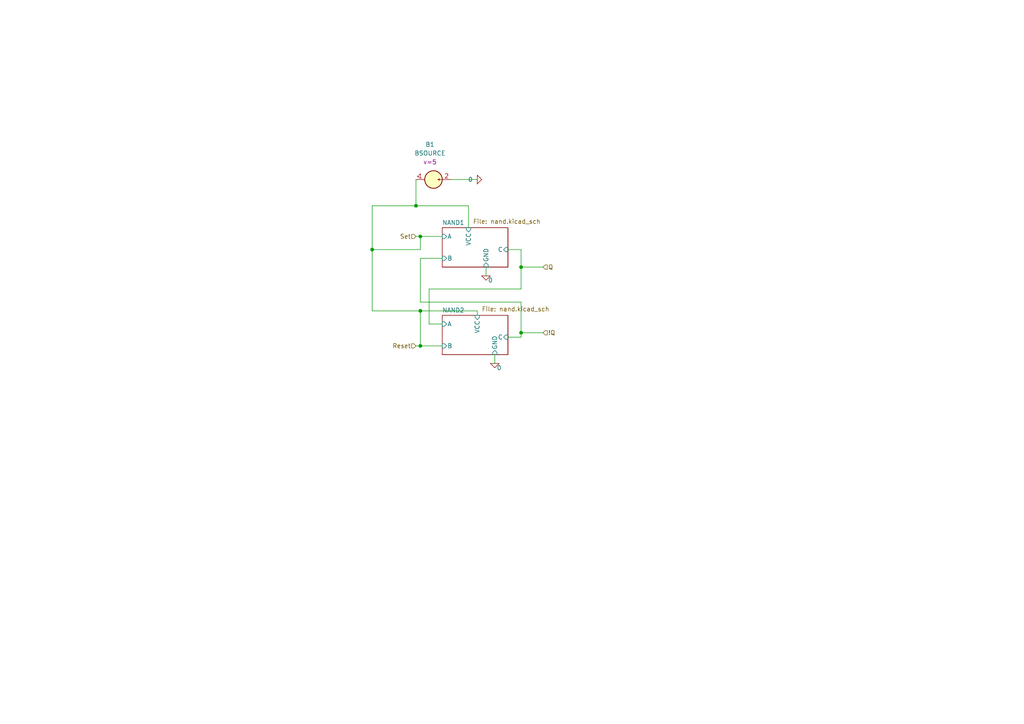
<source format=kicad_sch>
(kicad_sch (version 20230121) (generator eeschema)
  (paper "A4")
  (lib_symbols
    (symbol "Simulation_SPICE:0" (power) (pin_names (offset 0))
      (property "Value" "0" (at 0 -1.778 0))
      (symbol "0_0_1"
        (polyline (pts (xy -1.27 0) (xy 0 -1.27) (xy 1.27 0) (xy -1.27 0)))
      )
      (symbol "0_1_1"
        (pin power_in line (at 0 0 0) (length 0) hide (name "0") (number "1"))
      )
    )
    (symbol "Simulation_SPICE:BSOURCE" (pin_names (offset 1.016) hide)
      (property "Reference" "B" (at 2.54 2.54 0))
      (property "Value" "BSOURCE" (at 2.54 0 0))
      (property "Sim.Params" "v=1" (at 2.54 -2.54 0))
      (symbol "BSOURCE_0_1"
        (polyline (pts (xy 0 -1.27) (xy 0 -2.286)))
        (polyline (pts (xy 0.254 -1.778) (xy 0 -1.27) (xy -0.254 -1.778)))
        (circle (center 0 0) (radius 2.54) (stroke (width 0.254)) (fill (type background)))
      )
      (symbol "BSOURCE_1_1"
        (polyline (pts (xy 0.635 4.445) (xy 1.143 4.445)))
        (polyline (pts (xy 0.889 4.699) (xy 0.889 4.191)))
        (pin passive line (at 0 5.08 270) (length 2.54) (name "N+") (number "1"))
        (pin passive line (at 0 -5.08 90) (length 2.54) (name "N-") (number "2"))
      )
    )
  )
  (junction (at 121.92 90.17))
  (junction (at 121.92 100.33))
  (junction (at 151.13 96.52))
  (junction (at 120.65 59.69))
  (junction (at 107.95 72.39))
  (junction (at 121.92 68.58))
  (junction (at 151.13 77.47))
  (wire (pts (xy 135.89 59.69) (xy 135.89 66.04)))
  (wire (pts (xy 121.92 72.39) (xy 121.92 68.58)))
  (wire (pts (xy 151.13 87.63) (xy 121.92 87.63)))
  (wire (pts (xy 151.13 96.52) (xy 157.48 96.52)))
  (wire (pts (xy 120.65 59.69) (xy 135.89 59.69)))
  (wire (pts (xy 121.92 87.63) (xy 121.92 74.93)))
  (wire (pts (xy 121.92 68.58) (xy 128.27 68.58)))
  (wire (pts (xy 121.92 100.33) (xy 128.27 100.33)))
  (wire (pts (xy 107.95 72.39) (xy 107.95 90.17)))
  (wire (pts (xy 143.51 102.87) (xy 143.51 105.41)))
  (wire (pts (xy 151.13 72.39) (xy 151.13 77.47)))
  (wire (pts (xy 157.48 77.47) (xy 151.13 77.47)))
  (wire (pts (xy 147.32 97.79) (xy 151.13 97.79)))
  (wire (pts (xy 107.95 59.69) (xy 107.95 72.39)))
  (wire (pts (xy 147.32 72.39) (xy 151.13 72.39)))
  (wire (pts (xy 124.46 93.98) (xy 128.27 93.98)))
  (wire (pts (xy 151.13 77.47) (xy 151.13 83.82)))
  (wire (pts (xy 107.95 90.17) (xy 121.92 90.17)))
  (wire (pts (xy 138.43 90.17) (xy 138.43 91.44)))
  (wire (pts (xy 140.97 77.47) (xy 140.97 80.01)))
  (wire (pts (xy 121.92 74.93) (xy 128.27 74.93)))
  (wire (pts (xy 121.92 90.17) (xy 121.92 100.33)))
  (wire (pts (xy 120.65 68.58) (xy 121.92 68.58)))
  (wire (pts (xy 120.65 52.07) (xy 120.65 59.69)))
  (wire (pts (xy 124.46 83.82) (xy 124.46 93.98)))
  (wire (pts (xy 151.13 97.79) (xy 151.13 96.52)))
  (wire (pts (xy 120.65 59.69) (xy 107.95 59.69)))
  (wire (pts (xy 138.43 52.07) (xy 130.81 52.07)))
  (wire (pts (xy 120.65 100.33) (xy 121.92 100.33)))
  (wire (pts (xy 151.13 83.82) (xy 124.46 83.82)))
  (wire (pts (xy 121.92 90.17) (xy 138.43 90.17)))
  (wire (pts (xy 107.95 72.39) (xy 121.92 72.39)))
  (wire (pts (xy 151.13 96.52) (xy 151.13 87.63)))
  (hierarchical_label "Q" (shape input) (at 157.48 77.47 0))
  (hierarchical_label "Reset" (shape input) (at 120.65 100.33 180))
  (hierarchical_label "Set" (shape input) (at 120.65 68.58 180))
  (hierarchical_label "!Q" (shape input) (at 157.48 96.52 0))
  (symbol (lib_id "Simulation_SPICE:0") (at 143.51 105.41 0) (unit 1)
    (property "Reference" "#GND02" (effects hide))
    (property "Value" "0" (at 144.78 106.68 0))
  )
  (symbol (lib_id "Simulation_SPICE:BSOURCE") (at 125.73 52.07 90) (unit 1)
    (property "Reference" "B1" (at 124.714 41.91 90))
    (property "Value" "BSOURCE" (at 124.714 44.45 90))
    (property "Datasheet" "https://ngspice.sourceforge.io/docs.html" (effects hide))
    (property "Sim.Device" "V" (effects hide))
    (property "Sim.Type" "=" (effects hide))
    (property "Sim.Pins" "1=+ 2=-" (effects hide))
    (property "Sim.Params" "v=5" (at 124.714 46.99 90))
  )
  (symbol (lib_id "Simulation_SPICE:0") (at 138.43 52.07 90) (unit 1)
    (property "Reference" "#GND03" (effects hide))
    (property "Value" "0" (at 137.16 52.07 90) (effects (justify left)))
  )
  (symbol (lib_id "Simulation_SPICE:0") (at 140.97 80.01 0) (unit 1)
    (property "Reference" "#GND01" (effects hide))
    (property "Value" "0" (at 142.24 81.28 0))
  )
  (sheet (at 128.27 66.04) (size 19.05 11.43) (stroke (width 0.1524))
    (property "Sheetname" "NAND1" (at 128.27 65.3284 0) (effects (justify left bottom)))
    (property "Sheetfile" "nand.kicad_sch" (at 137.16 63.5 0) (effects (justify left top)))
    (pin "C" input (at 147.32 72.39 0))
    (pin "A" input (at 128.27 68.58 180))
    (pin "B" input (at 128.27 74.93 180))
    (pin "VCC" input (at 135.89 66.04 90))
    (pin "GND" input (at 140.97 77.47 270))
  )
  (sheet (at 128.27 91.44) (size 19.05 11.43) (stroke (width 0.1524))
    (property "Sheetname" "NAND2" (at 128.27 90.7284 0) (effects (justify left bottom)))
    (property "Sheetfile" "nand.kicad_sch" (at 139.7 88.9 0) (effects (justify left top)))
    (pin "C" input (at 147.32 97.79 0))
    (pin "A" input (at 128.27 93.98 180))
    (pin "B" input (at 128.27 100.33 180))
    (pin "VCC" input (at 138.43 91.44 90))
    (pin "GND" input (at 143.51 102.87 270))
  )
)
</source>
